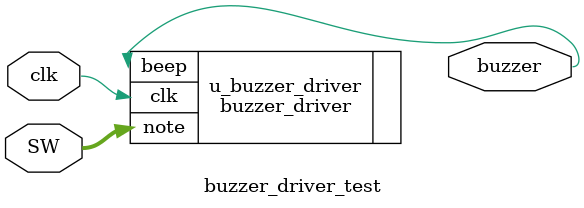
<source format=v>
module buzzer_driver_test(
    input   clk,
    input   [5:0] SW,
    output  buzzer
);

    buzzer_driver u_buzzer_driver (
        .clk   (clk),
        .note  (SW),
        .beep  (buzzer)
    );

endmodule
</source>
